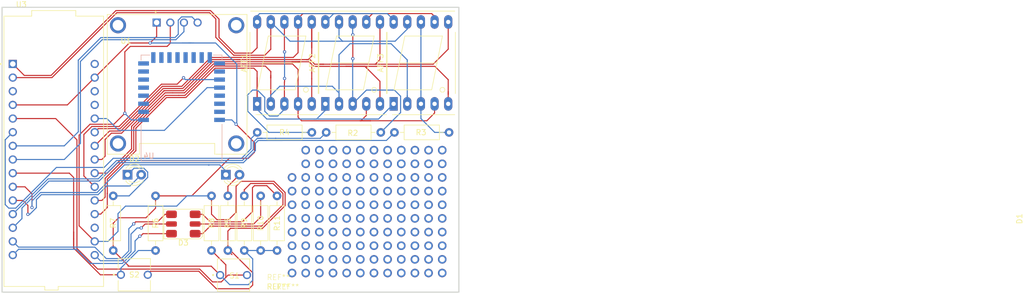
<source format=kicad_pcb>
(kicad_pcb (version 20241229) (generator "pcbnew") (generator_version "9.0")
  (layers (0 "F.Cu" signal) (2 "B.Cu" signal) (13 "F.Paste" user) (15 "B.Paste" user) (5 "F.SilkS" user "F.Silkscreen") (7 "B.SilkS" user "B.Silkscreen") (1 "F.Mask" user) (3 "B.Mask" user) (25 "Edge.Cuts" user))
  (net 0 "")
  (net 1 "unconnected-(U3-+5V-PadCN4_4)")
  (net 7 "/BLE_STATUS")
  (net 10 "/PWRC")
  (net 24 "Net-(AFF1-C.A.-Pad3)")
  (net 25 "Net-(AFF1-g)")
  (net 26 "Net-(AFF1-a)")
  (net 27 "Net-(AFF1-c)")
  (net 28 "Net-(AFF1-b)")
  (net 29 "Net-(AFF1-DP)")
  (net 30 "Net-(AFF1-e)")
  (net 31 "Net-(AFF1-d)")
  (net 32 "Net-(AFF1-f)")
  (net 33 "Net-(AFF2-C.A.-Pad3)")
  (net 34 "Net-(AFF3-C.A.-Pad3)")
  (net 35 "/SEL_A")
  (net 36 "/SEL_C")
  (net 37 "/SEL_B")
  (net 38 "Net-(D1-A)")
  (net 39 "/LD1")
  (net 40 "/LD2")
  (net 41 "Net-(D2-K)")
  (net 42 "Net-(D3-KG)")
  (net 43 "Net-(D3-KB)")
  (net 44 "/PWM_R")
  (net 45 "/PWM_G")
  (net 46 "Net-(D3-KR)")
  (net 47 "/PWM_B")
  (net 48 "VCC")
  (net 49 "/SW2")
  (net 50 "GND")
  (net 51 "/SW1")
  (net 52 "/SCL")
  (net 53 "/SDA")
  (net 54 "/BLE_RX")
  (net 55 "/BLE_TX")
  (footprint "Resistor_THT:R_Axial_DIN0207_L6.3mm_D2.5mm_P10.16mm_Horizontal" (layer "F.Cu") (at 172.466 127.889 -90)
    (property "Reference" "R11")
    (property "Value" "R_US")
  )
  (footprint "LED_THT:LED_D3.0mm_IRBlack" (layer "F.Cu") (at 144.653 123.952)
    (property "Reference" "D2")
    (property "Value" "SFH4346")
  )
  (footprint "padarray:padrray2x4" (layer "F.Cu") (at 195.58 121.92 90)
    (property "Reference" "REF**")
    (property "Value" "padrray2x4")
  )
  (footprint "padarray:padrray2x4" (layer "F.Cu") (at 177.8 142.24 180)
    (property "Reference" "REF**")
    (property "Value" "padrray2x4")
  )
  (footprint "Resistor_THT:R_Axial_DIN0207_L6.3mm_D2.5mm_P10.16mm_Horizontal" (layer "F.Cu") (at 141.986 127.889 -90)
    (property "Reference" "R7")
    (property "Value" "R_US")
  )
  (footprint "padarray:padarray" (layer "F.Cu") (at 185.42 124.46)
    (property "Reference" "REF**" (hide yes))
    (property "Value" "padarray" (hide yes))
  )
  (footprint "padarray:padrray2x4" (layer "F.Cu") (at 177.8 121.92 90)
    (property "Reference" "REF**")
    (property "Value" "padrray2x4")
  )
  (footprint "padarray:padarray" (layer "F.Cu") (at 195.58 134.62)
    (property "Reference" "REF**" (hide yes))
    (property "Value" "padarray" (hide yes))
  )
  (footprint "padarray:padrray2x4" (layer "F.Cu") (at 180.34 134.62)
    (property "Reference" "REF**")
    (property "Value" "padrray2x4")
  )
  (footprint "Display_7Segment:7SegmentLED_LTS6760_LTS6780" (layer "F.Cu") (at 168.7576 110.7694 90)
    (property "Reference" "AFF1")
    (property "Value" "LTS-6960HR" (hide yes))
  )
  (footprint "LED_SMD:LED_Inolux_IN-P55TATRGB_PLCC6_5.0x5.5mm_P1.8mm" (layer "F.Cu") (at 155.026 133.118 180)
    (property "Reference" "D3")
    (property "Value" "Inolux_IN-P55TATRGB" (hide yes))
  )
  (footprint "BUTT-2:SW_BUTT-2" (layer "F.Cu") (at 164.378 142.621)
    (property "Reference" "S1")
    (property "Value" "BUTT-2")
  )
  (footprint "Display_7Segment:7SegmentLED_LTS6760_LTS6780" (layer "F.Cu") (at 194.1576 110.7694 90)
    (property "Reference" "AFF3")
    (property "Value" "LTS-6960HR" (hide yes))
  )
  (footprint "Resistor_THT:R_Axial_DIN0207_L6.3mm_D2.5mm_P10.16mm_Horizontal" (layer "F.Cu") (at 169.418 127.889 -90)
    (property "Reference" "R10")
    (property "Value" "R_US")
  )
  (footprint "Resistor_THT:R_Axial_DIN0207_L6.3mm_D2.5mm_P10.16mm_Horizontal" (layer "F.Cu") (at 163.322 138.049 90)
    (property "Reference" "R5")
    (property "Value" "R_US")
  )
  (footprint "Resistor_THT:R_Axial_DIN0207_L6.3mm_D2.5mm_P10.16mm_Horizontal" (layer "F.Cu") (at 160.274 127.889 -90)
    (property "Reference" "R8")
    (property "Value" "R_US")
  )
  (footprint "padarray:padrray2x4" (layer "F.Cu") (at 177.8 132.08 180)
    (property "Reference" "REF**")
    (property "Value" "padrray2x4")
  )
  (footprint "Resistor_THT:R_Axial_DIN0207_L6.3mm_D2.5mm_P10.16mm_Horizontal" (layer "F.Cu") (at 178.943 116.078 180)
    (property "Reference" "R4")
    (property "Value" "R_US" (hide yes))
  )
  (footprint "Display_7Segment:7SegmentLED_LTS6760_LTS6780" (layer "F.Cu") (at 181.4576 110.7694 90)
    (property "Reference" "AFF2")
    (property "Value" "LTS-6960HR" (hide yes))
  )
  (footprint "Resistor_THT:R_Axial_DIN0207_L6.3mm_D2.5mm_P10.16mm_Horizontal" (layer "F.Cu") (at 191.77 116.078 180)
    (property "Reference" "R2")
    (property "Value" "R_US" (hide yes))
  )
  (footprint "NUCLEO_L412KB:MODULE_NUCLEO-L412KB" (layer "F.Cu") (at 130.92 119.596)
    (property "Reference" "U3")
    (property "Value" "NUCLEO-L412KB")
  )
  (footprint "padarray:padarray" (layer "F.Cu") (at 195.58 124.46)
    (property "Reference" "REF**" (hide yes))
    (property "Value" "padarray" (hide yes))
  )
  (footprint "padarray:padrray2x4" (layer "F.Cu") (at 180.34 124.46)
    (property "Reference" "REF**")
    (property "Value" "padrray2x4")
  )
  (footprint "Resistor_THT:R_Axial_DIN0207_L6.3mm_D2.5mm_P10.16mm_Horizontal" (layer "F.Cu") (at 166.37 127.889 -90)
    (property "Reference" "R9")
    (property "Value" "R_US")
  )
  (footprint "DM-OLED096-636:MODULE_DM-OLED096-636" (layer "F.Cu") (at 153.875 107.139)
    (property "Reference" "U1")
    (property "Value" "DM-OLED096-636")
  )
  (footprint "BUTT-2:SW_BUTT-2" (layer "F.Cu") (at 145.9115 142.567)
    (property "Reference" "S2")
    (property "Value" "BUTT-2")
  )
  (footprint "padarray:padarray" (layer "F.Cu") (at 185.42 134.62)
    (property "Reference" "REF**" (hide yes))
    (property "Value" "padarray" (hide yes))
  )
  (footprint "LED_THT:LED_D3.0mm_IRBlack" (layer "F.Cu") (at 162.941 123.952)
    (property "Reference" "D1")
    (property "Value" "SFH4346")
  )
  (footprint "Resistor_THT:R_Axial_DIN0207_L6.3mm_D2.5mm_P10.16mm_Horizontal" (layer "F.Cu") (at 149.86 138.049 90)
    (property "Reference" "R6")
    (property "Value" "R_US")
  )
  (footprint "Resistor_THT:R_Axial_DIN0207_L6.3mm_D2.5mm_P10.16mm_Horizontal" (layer "F.Cu") (at 204.47 116.078 180)
    (property "Reference" "R3")
    (property "Value" "R_US" (hide yes))
  )
  (footprint "padarray:padrray2x4" (layer "F.Cu") (at 187.96 121.92 90)
    (property "Reference" "REF**")
    (property "Value" "padrray2x4")
  )
  (footprint "WirelessMeasure:JDY-08_HandSoldering" (layer "B.Cu") (at 154.7 111.55)
    (property "Reference" "U4")
    (property "Value" "JDY-08-jdy-08")
  )
  (gr_rect (start 121.3 92.8) (end 206.3 145.8) (stroke (width 0.2)) (fill no) (layer "Edge.Cuts"))
  (segment (start 138.54 110.96) (end 138.54 110.981) (width 0.2) (layer "F.Cu") (net 1))
  (segment (start 138.54 110.981) (end 138.684 111.125) (width 0.2) (layer "F.Cu") (net 1))
  (segment (start 173.8376 106.7054) (end 173.8376 110.7694) (width 0.2) (layer "F.Cu") (net 24))
  (segment (start 173.863 106.68) (end 173.8376 106.7054) (width 0.2) (layer "F.Cu") (net 24))
  (segment (start 173.863 106.045) (end 173.863 106.68) (width 0.2) (layer "F.Cu") (net 24))
  (segment (start 173.8376 101.0666) (end 173.863 101.092) (width 0.2) (layer "F.Cu") (net 24))
  (segment (start 173.8376 95.5294) (end 173.8376 101.0666) (width 0.2) (layer "F.Cu") (net 24))
  (via (at 173.863 101.092) (size 0.6) (drill 0.3) (layers "F.Cu" "B.Cu") (net 24))
  (via (at 173.863 106.045) (size 0.6) (drill 0.3) (layers "F.Cu" "B.Cu") (net 24))
  (segment (start 173.8376 111.7854) (end 173.8376 110.7694) (width 0.2) (layer "B.Cu") (net 24))
  (segment (start 167.894 108.204) (end 168.8182 108.204) (width 0.2) (layer "B.Cu") (net 24))
  (segment (start 167.005 109.347) (end 166.878 109.22) (width 0.2) (layer "B.Cu") (net 24))
  (segment (start 178.943 116.078) (end 170.942 116.078) (width 0.2) (layer "B.Cu") (net 24))
  (segment (start 173.863 101.092) (end 173.863 106.045) (width 0.2) (layer "B.Cu") (net 24))
  (segment (start 170.942 116.078) (end 167.005 112.141) (width 0.2) (layer "B.Cu") (net 24))
  (segment (start 167.005 112.141) (end 167.005 109.347) (width 0.2) (layer "B.Cu") (net 24))
  (segment (start 166.878 109.22) (end 167.894 108.204) (width 0.2) (layer "B.Cu") (net 24))
  (segment (start 171.069 113.03) (end 172.593 113.03) (width 0.2) (layer "B.Cu") (net 24))
  (segment (start 170.18 109.5658) (end 170.18 112.141) (width 0.2) (layer "B.Cu") (net 24))
  (segment (start 168.8182 108.204) (end 170.18 109.5658) (width 0.2) (layer "B.Cu") (net 24))
  (segment (start 172.593 113.03) (end 173.8376 111.7854) (width 0.2) (layer "B.Cu") (net 24))
  (segment (start 170.18 112.141) (end 171.069 113.03) (width 0.2) (layer "B.Cu") (net 24))
  (segment (start 164.572 101.326) (end 167.767 101.326) (width 0.2) (layer "F.Cu") (net 25))
  (segment (start 161.671 94.996) (end 161.671 98.425) (width 0.2) (layer "F.Cu") (net 25))
  (segment (start 130.4209 105.479) (end 142.498901 93.401) (width 0.2) (layer "F.Cu") (net 25))
  (segment (start 167.767 101.326) (end 168.7576 100.3354) (width 0.2) (layer "F.Cu") (net 25))
  (segment (start 123.3 103.34) (end 125.439 105.479) (width 0.2) (layer "F.Cu") (net 25))
  (segment (start 125.439 105.479) (end 130.4209 105.479) (width 0.2) (layer "F.Cu") (net 25))
  (segment (start 142.498901 93.401) (end 160.076 93.401) (width 0.2) (layer "F.Cu") (net 25))
  (segment (start 161.671 98.425) (end 164.572 101.326) (width 0.2) (layer "F.Cu") (net 25))
  (segment (start 160.076 93.401) (end 161.671 94.996) (width 0.2) (layer "F.Cu") (net 25))
  (segment (start 168.7576 100.3354) (end 168.7576 95.5294) (width 0.2) (layer "F.Cu") (net 25))
  (segment (start 192.9756 93.9664) (end 194.1576 95.1484) (width 0.2) (layer "B.Cu") (net 25))
  (segment (start 183.261 93.9664) (end 169.2284 93.9664) (width 0.2) (layer "B.Cu") (net 25))
  (segment (start 169.2284 93.9664) (end 168.7576 94.4372) (width 0.2) (layer "B.Cu") (net 25))
  (segment (start 181.4576 95.5294) (end 183.0206 93.9664) (width 0.2) (layer "B.Cu") (net 25))
  (segment (start 183.261 93.9664) (end 192.9756 93.9664) (width 0.2) (layer "B.Cu") (net 25))
  (segment (start 183.0206 93.9664) (end 183.261 93.9664) (width 0.2) (layer "B.Cu") (net 25))
  (segment (start 194.1576 95.1484) (end 194.1576 95.5294) (width 0.2) (layer "B.Cu") (net 25))
  (segment (start 168.7576 94.4372) (end 168.7576 95.5294) (width 0.2) (layer "B.Cu") (net 25))
  (segment (start 154.746 107.509) (end 151.1221 107.509) (width 0.2) (layer "F.Cu") (net 26))
  (segment (start 151.1221 107.509) (end 143.2531 115.378) (width 0.2) (layer "F.Cu") (net 26))
  (segment (start 176.3776 95.5294) (end 176.3776 101.2444) (width 0.2) (layer "F.Cu") (net 26))
  (segment (start 175.494 102.128) (end 160.127 102.128) (width 0.2) (layer "F.Cu") (net 26))
  (segment (start 201.2306 93.9664) (end 201.7776 94.5134) (width 0.2) (layer "F.Cu") (net 26))
  (segment (start 176.3776 94.8808) (end 177.292 93.9664) (width 0.2) (layer "F.Cu") (net 26))
  (segment (start 160.127 102.128) (end 154.746 107.509) (width 0.2) (layer "F.Cu") (net 26))
  (segment (start 139.202 115.378) (end 138.54 116.04) (width 0.2) (layer "F.Cu") (net 26))
  (segment (start 176.3776 101.2444) (end 175.494 102.128) (width 0.2) (layer "F.Cu") (net 26))
  (segment (start 189.0776 95.1348) (end 190.246 93.9664) (width 0.2) (layer "F.Cu") (net 26))
  (segment (start 190.246 93.9664) (end 201.2306 93.9664) (width 0.2) (layer "F.Cu") (net 26))
  (segment (start 143.2531 115.378) (end 139.202 115.378) (width 0.2) (layer "F.Cu") (net 26))
  (segment (start 176.3776 95.5294) (end 176.3776 94.8808) (width 0.2) (layer "F.Cu") (net 26))
  (segment (start 177.292 93.9664) (end 190.246 93.9664) (width 0.2) (layer "F.Cu") (net 26))
  (segment (start 189.0776 95.5294) (end 189.0776 95.1348) (width 0.2) (layer "F.Cu") (net 26))
  (segment (start 201.7776 94.5134) (end 201.7776 95.5294) (width 0.2) (layer "F.Cu") (net 26))
  (segment (start 151.638 108.712) (end 145.395 114.955) (width 0.2) (layer "F.Cu") (net 27))
  (segment (start 201.7776 112.4712) (end 201.7776 110.7694) (width 0.2) (layer "F.Cu") (net 27))
  (segment (start 176.3776 113.2586) (end 176.3776 110.7694) (width 0.2) (layer "F.Cu") (net 27))
  (segment (start 145.395 114.955) (end 145.395 119.146) (width 0.2) (layer "F.Cu") (net 27))
  (segment (start 189.0776 110.7694) (end 189.0776 112.9157) (width 0.2) (layer "F.Cu") (net 27))
  (segment (start 145.395 119.146) (end 140.881 123.66) (width 0.2) (layer "F.Cu") (net 27))
  (segment (start 176.3776 112.1664) (end 176.3776 110.7694) (width 0.2) (layer "F.Cu") (net 27))
  (segment (start 187.8965 113.9063) (end 188.087 113.9063) (width 0.2) (layer "F.Cu") (net 27))
  (segment (start 176.3776 110.7694) (end 176.3776 106.299) (width 0.2) (layer "F.Cu") (net 27))
  (segment (start 153.035 108.712) (end 151.638 108.712) (width 0.2) (layer "F.Cu") (net 27))
  (segment (start 176.3776 106.299) (end 176.3776 104.3686) (width 0.2) (layer "F.Cu") (net 27))
  (segment (start 189.865 113.9063) (end 200.3425 113.9063) (width 0.2) (layer "F.Cu") (net 27))
  (segment (start 189.865 113.9063) (end 177.0253 113.9063) (width 0.2) (layer "F.Cu") (net 27))
  (segment (start 175.34 103.331) (end 160.6253 103.331) (width 0.2) (layer "F.Cu") (net 27))
  (segment (start 140.881 123.66) (end 138.54 123.66) (width 0.2) (layer "F.Cu") (net 27))
  (segment (start 176.3776 106.299) (end 176.3776 105.0744) (width 0.2) (layer "F.Cu") (net 27))
  (segment (start 160.6253 103.331) (end 155.2443 108.712) (width 0.2) (layer "F.Cu") (net 27))
  (segment (start 177.0253 113.9063) (end 176.3776 113.2586) (width 0.2) (layer "F.Cu") (net 27))
  (segment (start 155.2443 108.712) (end 153.035 108.712) (width 0.2) (layer "F.Cu") (net 27))
  (segment (start 176.3776 104.3686) (end 175.34 103.331) (width 0.2) (layer "F.Cu") (net 27))
  (segment (start 188.087 113.9063) (end 189.865 113.9063) (width 0.2) (layer "F.Cu") (net 27))
  (segment (start 189.0776 112.9157) (end 188.087 113.9063) (width 0.2) (layer "F.Cu") (net 27))
  (segment (start 200.3425 113.9063) (end 201.7776 112.4712) (width 0.2) (layer "F.Cu") (net 27))
  (segment (start 181.102 103.3934) (end 180.4316 103.3934) (width 0.2) (layer "F.Cu") (net 28))
  (segment (start 178.9176 95.5294) (end 178.943 95.5548) (width 0.2) (layer "F.Cu") (net 28))
  (segment (start 190.754 103.3934) (end 201.5082 103.3934) (width 0.2) (layer "F.Cu") (net 28))
  (segment (start 191.6176 102.5298) (end 190.754 103.3934) (width 0.2) (layer "F.Cu") (net 28))
  (segment (start 204.3176 100.584) (end 204.3176 95.5294) (width 0.2) (layer "F.Cu") (net 28))
  (segment (start 181.102 103.3934) (end 179.4655 103.3934) (width 0.2) (layer "F.Cu") (net 28))
  (segment (start 191.6176 95.5294) (end 191.6176 102.5298) (width 0.2) (layer "F.Cu") (net 28))
  (segment (start 201.5082 103.3934) (end 204.3176 100.584) (width 0.2) (layer "F.Cu") (net 28))
  (segment (start 160.2931 102.529) (end 154.9121 107.91) (width 0.2) (layer "F.Cu") (net 28))
  (segment (start 182.372 103.3934) (end 190.754 103.3934) (width 0.2) (layer "F.Cu") (net 28))
  (segment (start 178.9176 95.5294) (end 178.9176 101.8794) (width 0.2) (layer "F.Cu") (net 28))
  (segment (start 178.6011 102.529) (end 177.927 102.529) (width 0.2) (layer "F.Cu") (net 28))
  (segment (start 165.735 102.529) (end 164.9921 102.529) (width 0.2) (layer "F.Cu") (net 28))
  (segment (start 177.927 102.529) (end 176.149 102.529) (width 0.2) (layer "F.Cu") (net 28))
  (segment (start 178.9176 95.5294) (end 178.9176 100.3554) (width 0.2) (layer "F.Cu") (net 28))
  (segment (start 178.9176 101.8794) (end 178.268 102.529) (width 0.2) (layer "F.Cu") (net 28))
  (segment (start 179.4655 103.3934) (end 178.6011 102.529) (width 0.2) (layer "F.Cu") (net 28))
  (segment (start 143.3742 115.824) (end 141.296 115.824) (width 0.2) (layer "F.Cu") (net 28))
  (segment (start 182.372 103.3934) (end 181.102 103.3934) (width 0.2) (layer "F.Cu") (net 28))
  (segment (start 141.296 115.824) (end 138.54 118.58) (width 0.2) (layer "F.Cu") (net 28))
  (segment (start 151.2882 107.91) (end 143.3742 115.824) (width 0.2) (layer "F.Cu") (net 28))
  (segment (start 154.9121 107.91) (end 151.2882 107.91) (width 0.2) (layer "F.Cu") (net 28))
  (segment (start 178.268 102.529) (end 177.927 102.529) (width 0.2) (layer "F.Cu") (net 28))
  (segment (start 176.149 102.529) (end 165.735 102.529) (width 0.2) (layer "F.Cu") (net 28))
  (segment (start 165.735 102.529) (end 160.2931 102.529) (width 0.2) (layer "F.Cu") (net 28))
  (segment (start 204.3176 108.966) (end 204.3176 110.7694) (width 0.2) (layer "F.Cu") (net 29))
  (segment (start 204.3176 108.4834) (end 204.3176 108.966) (width 0.2) (layer "F.Cu") (net 29))
  (segment (start 175.26 102.93) (end 175.895 102.93) (width 0.2) (layer "F.Cu") (net 29))
  (segment (start 185.293 103.7944) (end 179.2994 103.7944) (width 0.2) (layer "F.Cu") (net 29))
  (segment (start 139.865 121.12) (end 138.54 121.12) (width 0.2) (layer "F.Cu") (net 29))
  (segment (start 179.2994 103.7944) (end 178.435 102.93) (width 0.2) (layer "F.Cu") (net 29))
  (segment (start 175.26 102.93) (end 160.4592 102.93) (width 0.2) (layer "F.Cu") (net 29))
  (segment (start 160.4592 102.93) (end 160.1426 103.2466) (width 0.2) (layer "F.Cu") (net 29))
  (segment (start 178.9176 110.7694) (end 178.943 110.744) (width 0.2) (layer "F.Cu") (net 29))
  (segment (start 201.8384 103.7944) (end 204.3176 106.2736) (width 0.2) (layer "F.Cu") (net 29))
  (segment (start 175.895 102.93) (end 176.403 102.93) (width 0.2) (layer "F.Cu") (net 29))
  (segment (start 189.4586 104.4194) (end 188.976 103.9368) (width 0.2) (layer "F.Cu") (net 29))
  (segment (start 176.403 102.93) (end 176.7932 102.93) (width 0.2) (layer "F.Cu") (net 29))
  (segment (start 140.482 117.3871) (end 140.482 120.503) (width 0.2) (layer "F.Cu") (net 29))
  (segment (start 188.8336 103.7944) (end 185.293 103.7944) (width 0.2) (layer "F.Cu") (net 29))
  (segment (start 160.1426 103.2466) (end 155.0782 108.311) (width 0.2) (layer "F.Cu") (net 29))
  (segment (start 140.482 120.503) (end 139.865 121.12) (width 0.2) (layer "F.Cu") (net 29))
  (segment (start 191.6176 106.5784) (end 189.4586 104.4194) (width 0.2) (layer "F.Cu") (net 29))
  (segment (start 204.3176 106.2736) (end 204.3176 108.966) (width 0.2) (layer "F.Cu") (net 29))
  (segment (start 176.403 102.93) (end 178.435 102.93) (width 0.2) (layer "F.Cu") (net 29))
  (segment (start 178.9176 103.4126) (end 178.435 102.93) (width 0.2) (layer "F.Cu") (net 29))
  (segment (start 155.0782 108.311) (end 151.4543 108.311) (width 0.2) (layer "F.Cu") (net 29))
  (segment (start 178.9176 110.7694) (end 178.9176 106.0958) (width 0.2) (layer "F.Cu") (net 29))
  (segment (start 189.4586 104.4194) (end 188.8336 103.7944) (width 0.2) (layer "F.Cu") (net 29))
  (segment (start 151.4543 108.311) (end 143.5403 116.225) (width 0.2) (layer "F.Cu") (net 29))
  (segment (start 151.4543 108.311) (end 151.15515 108.61015) (width 0.2) (layer "F.Cu") (net 29))
  (segment (start 178.9176 106.0958) (end 178.9176 105.0544) (width 0.2) (layer "F.Cu") (net 29))
  (segment (start 176.9202 102.93) (end 175.26 102.93) (width 0.2) (layer "F.Cu") (net 29))
  (segment (start 141.6441 116.225) (end 140.482 117.3871) (width 0.2) (layer "F.Cu") (net 29))
  (segment (start 185.293 103.7944) (end 201.8384 103.7944) (width 0.2) (layer "F.Cu") (net 29))
  (segment (start 178.9176 105.0544) (end 178.9176 103.4126) (width 0.2) (layer "F.Cu") (net 29))
  (segment (start 191.6176 110.7694) (end 191.6176 106.5784) (width 0.2) (layer "F.Cu") (net 29))
  (segment (start 143.5403 116.225) (end 141.6441 116.225) (width 0.2) (layer "F.Cu") (net 29))
  (segment (start 160.9575 104.133) (end 155.50345 109.58705) (width 0.2) (layer "F.Cu") (net 30))
  (segment (start 151.89715 109.58705) (end 146.197 115.2872) (width 0.2) (layer "F.Cu") (net 30))
  (segment (start 140.89255 124.78265) (end 140.89255 127.4254) (width 0.2) (layer "F.Cu") (net 30))
  (segment (start 146.197 119.4782) (end 140.89255 124.78265) (width 0.2) (layer "F.Cu") (net 30))
  (segment (start 139.653 131.28) (end 138.54 131.28) (width 0.2) (layer "F.Cu") (net 30))
  (segment (start 140.885 127.43295) (end 140.885 130.048) (width 0.2) (layer "F.Cu") (net 30))
  (segment (start 168.7576 110.7694) (end 168.7576 104.7426) (width 0.2) (layer "F.Cu") (net 30))
  (segment (start 146.197 115.2872) (end 146.197 119.4782) (width 0.2) (layer "F.Cu") (net 30))
  (segment (start 152.527 109.58705) (end 151.89715 109.58705) (width 0.2) (layer "F.Cu") (net 30))
  (segment (start 168.7576 110.7694) (end 168.7576 105.8764) (width 0.2) (layer "F.Cu") (net 30))
  (segment (start 140.885 130.048) (end 139.653 131.28) (width 0.2) (layer "F.Cu") (net 30))
  (segment (start 155.50345 109.58705) (end 152.527 109.58705) (width 0.2) (layer "F.Cu") (net 30))
  (segment (start 168.148 104.133) (end 160.9575 104.133) (width 0.2) (layer "F.Cu") (net 30))
  (segment (start 140.89255 127.4254) (end 140.885 127.43295) (width 0.2) (layer "F.Cu") (net 30))
  (segment (start 168.7576 104.7426) (end 168.148 104.133) (width 0.2) (layer "F.Cu") (net 30))
  (segment (start 179.832 113.5888) (end 179.324 113.5888) (width 0.2) (layer "B.Cu") (net 30))
  (segment (start 179.324 113.5888) (end 170.561 113.5888) (width 0.2) (layer "B.Cu") (net 30))
  (segment (start 181.4576 111.9632) (end 179.832 113.5888) (width 0.2) (layer "B.Cu") (net 30))
  (segment (start 194.1576 110.7694) (end 191.3382 113.5888) (width 0.2) (layer "B.Cu") (net 30))
  (segment (start 168.7576 111.7854) (end 168.7576 110.7694) (width 0.2) (layer "B.Cu") (net 30))
  (segment (start 170.561 113.5888) (end 168.7576 111.7854) (width 0.2) (layer "B.Cu") (net 30))
  (segment (start 191.3382 113.5888) (end 179.324 113.5888) (width 0.2) (layer "B.Cu") (net 30))
  (segment (start 181.4576 110.7694) (end 181.4576 111.9632) (width 0.2) (layer "B.Cu") (net 30))
  (segment (start 171.2976 105.918) (end 171.2976 104.8004) (width 0.2) (layer "F.Cu") (net 31))
  (segment (start 155.33735 109.18605) (end 154.178 109.18605) (width 0.2) (layer "F.Cu") (net 31))
  (segment (start 145.796 119.3121) (end 140.49155 124.61655) (width 0.2) (layer "F.Cu") (net 31))
  (segment (start 145.796 115.1211) (end 145.796 119.3121) (width 0.2) (layer "F.Cu") (net 31))
  (segment (start 171.2976 104.8004) (end 171.323 104.775) (width 0.2) (layer "F.Cu") (net 31))
  (segment (start 171.323 104.775) (end 170.28 103.732) (width 0.2) (layer "F.Cu") (net 31))
  (segment (start 151.73105 109.18605) (end 145.796 115.1211) (width 0.2) (layer "F.Cu") (net 31))
  (segment (start 171.2976 110.7694) (end 171.2976 105.918) (width 0.2) (layer "F.Cu") (net 31))
  (segment (start 160.7914 103.732) (end 155.33735 109.18605) (width 0.2) (layer "F.Cu") (net 31))
  (segment (start 171.2976 105.918) (end 171.2976 105.4754) (width 0.2) (layer "F.Cu") (net 31))
  (segment (start 140.49155 124.61655) (end 140.49155 125.476) (width 0.2) (layer "F.Cu") (net 31))
  (segment (start 154.178 109.18605) (end 151.73105 109.18605) (width 0.2) (layer "F.Cu") (net 31))
  (segment (start 140.484 128.121) (end 139.865 128.74) (width 0.2) (layer "F.Cu") (net 31))
  (segment (start 140.484 125.48355) (end 140.484 128.121) (width 0.2) (layer "F.Cu") (net 31))
  (segment (start 140.49155 125.476) (end 140.484 125.48355) (width 0.2) (layer "F.Cu") (net 31))
  (segment (start 170.28 103.732) (end 160.7914 103.732) (width 0.2) (layer "F.Cu") (net 31))
  (segment (start 139.865 128.74) (end 138.54 128.74) (width 0.2) (layer "F.Cu") (net 31))
  (segment (start 172.974 107.4928) (end 171.2976 109.1692) (width 0.2) (layer "B.Cu") (net 31))
  (segment (start 196.6976 109.2454) (end 196.6976 110.7694) (width 0.2) (layer "B.Cu") (net 31))
  (segment (start 186.055 99.568) (end 193.675 99.568) (width 0.2) (layer "B.Cu") (net 31))
  (segment (start 171.2976 109.1692) (end 171.2976 110.7694) (width 0.2) (layer "B.Cu") (net 31))
  (segment (start 193.675 99.568) (end 196.6976 102.5906) (width 0.2) (layer "B.Cu") (net 31))
  (segment (start 183.9976 108.7374) (end 182.753 107.4928) (width 0.2) (layer "B.Cu") (net 31))
  (segment (start 183.9976 108.7374) (end 183.9976 101.6254) (width 0.2) (layer "B.Cu") (net 31))
  (segment (start 183.9976 110.7694) (end 183.9976 108.7374) (width 0.2) (layer "B.Cu") (net 31))
  (segment (start 183.9976 101.6254) (end 186.055 99.568) (width 0.2) (layer "B.Cu") (net 31))
  (segment (start 196.6976 102.5906) (end 196.6976 110.7694) (width 0.2) (layer "B.Cu") (net 31))
  (segment (start 182.753 107.4928) (end 172.974 107.4928) (width 0.2) (layer "B.Cu") (net 31))
  (segment (start 183.9976 110.7694) (end 183.9976 108.9152) (width 0.2) (layer "B.Cu") (net 31))
  (segment (start 170.18 101.727) (end 171.2976 100.6094) (width 0.2) (layer "F.Cu") (net 32))
  (segment (start 142.665001 93.802) (end 159.9099 93.802) (width 0.2) (layer "F.Cu") (net 32))
  (segment (start 171.2976 100.6094) (end 171.2976 95.5294) (width 0.2) (layer "F.Cu") (net 32))
  (segment (start 161.06995 94.96205) (end 161.06995 98.39105) (width 0.2) (layer "F.Cu") (net 32))
  (segment (start 123.3 105.88) (end 130.587 105.88) (width 0.2) (layer "F.Cu") (net 32))
  (segment (start 161.06995 98.39105) (end 164.4059 101.727) (width 0.2) (layer "F.Cu") (net 32))
  (segment (start 164.4059 101.727) (end 170.18 101.727) (width 0.2) (layer "F.Cu") (net 32))
  (segment (start 130.587 105.88) (end 142.665001 93.802) (width 0.2) (layer "F.Cu") (net 32))
  (segment (start 159.9099 93.802) (end 161.06995 94.96205) (width 0.2) (layer "F.Cu") (net 32))
  (segment (start 183.9976 95.5294) (end 183.9976 98.4504) (width 0.2) (layer "B.Cu") (net 32))
  (segment (start 184.658 99.1108) (end 194.437 99.1108) (width 0.2) (layer "B.Cu") (net 32))
  (segment (start 183.9976 98.4504) (end 184.658 99.1108) (width 0.2) (layer "B.Cu") (net 32))
  (segment (start 171.2976 95.5294) (end 174.879 99.1108) (width 0.2) (layer "B.Cu") (net 32))
  (segment (start 194.437 99.1108) (end 196.6976 96.8502) (width 0.2) (layer "B.Cu") (net 32))
  (segment (start 174.879 99.1108) (end 184.658 99.1108) (width 0.2) (layer "B.Cu") (net 32))
  (segment (start 196.6976 96.8502) (end 196.6976 95.5294) (width 0.2) (layer "B.Cu") (net 32))
  (segment (start 186.563 97.917) (end 186.563 102.362) (width 0.2) (layer "F.Cu") (net 33))
  (via (at 186.563 102.362) (size 0.6) (drill 0.3) (layers "F.Cu" "B.Cu") (net 33))
  (via (at 186.563 97.917) (size 0.6) (drill 0.3) (layers "F.Cu" "B.Cu") (net 33))
  (segment (start 186.563 102.362) (end 186.5376 102.3874) (width 0.2) (layer "B.Cu") (net 33))
  (segment (start 194.31 108.204) (end 189.103 108.204) (width 0.2) (layer "B.Cu") (net 33))
  (segment (start 195.453 109.347) (end 194.31 108.204) (width 0.2) (layer "B.Cu") (net 33))
  (segment (start 186.5376 97.8916) (end 186.563 97.917) (width 0.2) (layer "B.Cu") (net 33))
  (segment (start 195.453 112.395) (end 195.453 109.347) (width 0.2) (layer "B.Cu") (net 33))
  (segment (start 186.5376 95.5294) (end 186.5376 97.8916) (width 0.2) (layer "B.Cu") (net 33))
  (segment (start 191.77 116.078) (end 195.453 112.395) (width 0.2) (layer "B.Cu") (net 33))
  (segment (start 186.5376 102.3874) (end 186.5376 110.7694) (width 0.2) (layer "B.Cu") (net 33))
  (segment (start 189.103 108.204) (end 186.5376 110.7694) (width 0.2) (layer "B.Cu") (net 33))
  (segment (start 199.2376 95.5294) (end 199.2376 110.7694) (width 0.2) (layer "B.Cu") (net 34))
  (segment (start 204.47 116.078) (end 201.803 116.078) (width 0.2) (layer "B.Cu") (net 34))
  (segment (start 201.803 116.078) (end 199.2376 113.5126) (width 0.2) (layer "B.Cu") (net 34))
  (segment (start 199.2376 113.5126) (end 199.2376 110.7694) (width 0.2) (layer "B.Cu") (net 34))
  (segment (start 123.3 131.28) (end 129.857 124.723) (width 0.2) (layer "B.Cu") (net 35))
  (segment (start 139.192 124.723) (end 142.61 121.305) (width 0.2) (layer "B.Cu") (net 35))
  (segment (start 180.509 117.179) (end 172.2149 117.179) (width 0.2) (layer "B.Cu") (net 35))
  (segment (start 129.857 124.723) (end 139.192 124.723) (width 0.2) (layer "B.Cu") (net 35))
  (segment (start 181.61 116.078) (end 180.509 117.179) (width 0.2) (layer "B.Cu") (net 35))
  (segment (start 169.418 117.179) (end 168.8059 117.179) (width 0.2) (layer "B.Cu") (net 35))
  (segment (start 169.672 117.179) (end 168.8059 117.179) (width 0.2) (layer "B.Cu") (net 35))
  (segment (start 172.2091 117.179) (end 169.672 117.179) (width 0.2) (layer "B.Cu") (net 35))
  (segment (start 172.212 117.1819) (end 172.2091 117.179) (width 0.2) (layer "B.Cu") (net 35))
  (segment (start 172.2149 117.179) (end 172.212 117.1819) (width 0.2) (layer "B.Cu") (net 35))
  (segment (start 169.672 117.179) (end 169.418 117.179) (width 0.2) (layer "B.Cu") (net 35))
  (segment (start 142.61 121.305) (end 166.0281 121.305) (width 0.2) (layer "B.Cu") (net 35))
  (segment (start 166.0281 121.305) (end 168.041 119.2921) (width 0.2) (layer "B.Cu") (net 35))
  (segment (start 168.041 119.2921) (end 168.041 117.9439) (width 0.2) (layer "B.Cu") (net 35))
  (segment (start 168.041 117.9439) (end 168.8059 117.179) (width 0.2) (layer "B.Cu") (net 35))
  (segment (start 125.004 130.1431) (end 130.0231 125.124) (width 0.2) (layer "B.Cu") (net 36))
  (segment (start 192.808 117.58) (end 194.31 116.078) (width 0.2) (layer "B.Cu") (net 36))
  (segment (start 130.0231 125.124) (end 139.3581 125.124) (width 0.2) (layer "B.Cu") (net 36))
  (segment (start 166.1942 121.706) (end 168.442 119.4582) (width 0.2) (layer "B.Cu") (net 36))
  (segment (start 142.7761 121.706) (end 166.1942 121.706) (width 0.2) (layer "B.Cu") (net 36))
  (segment (start 173.4791 117.5829) (end 173.482 117.58) (width 0.2) (layer "B.Cu") (net 36))
  (segment (start 173.482 117.58) (end 192.808 117.58) (width 0.2) (layer "B.Cu") (net 36))
  (segment (start 168.9691 117.5829) (end 173.4791 117.5829) (width 0.2) (layer "B.Cu") (net 36))
  (segment (start 123.3 133.82) (end 125.004 132.116) (width 0.2) (layer "B.Cu") (net 36))
  (segment (start 168.442 118.11) (end 168.9691 117.5829) (width 0.2) (layer "B.Cu") (net 36))
  (segment (start 139.3581 125.124) (end 142.7761 121.706) (width 0.2) (layer "B.Cu") (net 36))
  (segment (start 125.004 132.116) (end 125.004 130.1431) (width 0.2) (layer "B.Cu") (net 36))
  (segment (start 168.442 119.4582) (end 168.442 118.11) (width 0.2) (layer "B.Cu") (net 36))
  (segment (start 123.8379 130.175) (end 131.4159 122.597) (width 0.2) (layer "B.Cu") (net 37))
  (segment (start 131.4159 122.597) (end 140.293 122.597) (width 0.2) (layer "B.Cu") (net 37))
  (segment (start 140.293 122.597) (end 141.986 120.904) (width 0.2) (layer "B.Cu") (net 37))
  (segment (start 122.555 130.175) (end 123.8379 130.175) (width 0.2) (layer "B.Cu") (net 37))
  (segment (start 121.901 117.439) (end 121.901 129.521) (width 0.2) (layer "B.Cu") (net 37))
  (segment (start 121.901 129.521) (end 122.555 130.175) (width 0.2) (layer "B.Cu") (net 37))
  (segment (start 123.3 116.04) (end 121.901 117.439) (width 0.2) (layer "B.Cu") (net 37))
  (segment (start 167.64 117.221) (end 168.783 116.078) (width 0.2) (layer "B.Cu") (net 37))
  (segment (start 167.64 119.126) (end 167.64 117.221) (width 0.2) (layer "B.Cu") (net 37))
  (segment (start 165.862 120.904) (end 167.64 119.126) (width 0.2) (layer "B.Cu") (net 37))
  (segment (start 141.986 120.904) (end 165.862 120.904) (width 0.2) (layer "B.Cu") (net 37))
  (segment (start 165.481 123.952) (end 163.322 126.111) (width 0.2) (layer "F.Cu") (net 38))
  (segment (start 163.322 126.111) (end 163.322 127.889) (width 0.2) (layer "F.Cu") (net 38))
  (segment (start 123.3 126.2) (end 125.565 126.2) (width 0.2) (layer "F.Cu") (net 39))
  (segment (start 126.873 127.508) (end 126.873 130.048) (width 0.2) (layer "F.Cu") (net 39))
  (segment (start 125.565 126.2) (end 126.873 127.508) (width 0.2) (layer "F.Cu") (net 39))
  (via (at 126.873 130.048) (size 0.6) (drill 0.3) (layers "F.Cu" "B.Cu") (net 39))
  (segment (start 162.941 123.25) (end 162.941 123.952) (width 0.2) (layer "B.Cu") (net 39))
  (segment (start 126.873 128.8412) (end 126.873 130.048) (width 0.2) (layer "B.Cu") (net 39))
  (segment (start 159.833 122.107) (end 161.798 122.107) (width 0.2) (layer "B.Cu") (net 39))
  (segment (start 140.71831 125.47369) (end 144.085 122.107) (width 0.2) (layer "B.Cu") (net 39))
  (segment (start 159.699 122.107) (end 159.766 122.174) (width 0.2) (layer "B.Cu") (net 39))
  (segment (start 128.4512 127.263) (end 126.873 128.8412) (width 0.2) (layer "B.Cu") (net 39))
  (segment (start 140.71831 125.525) (end 140.71831 125.47369) (width 0.2) (layer "B.Cu") (net 39))
  (segment (start 161.798 122.107) (end 162.941 123.25) (width 0.2) (layer "B.Cu") (net 39))
  (segment (start 159.766 122.174) (end 159.833 122.107) (width 0.2) (layer "B.Cu") (net 39))
  (segment (start 144.085 122.107) (end 159.699 122.107) (width 0.2) (layer "B.Cu") (net 39))
  (segment (start 140.71831 125.525) (end 138.98031 127.263) (width 0.2) (layer "B.Cu") (net 39))
  (segment (start 138.98031 127.263) (end 128.4512 127.263) (width 0.2) (layer "B.Cu") (net 39))
  (segment (start 125.184 128.74) (end 126.111 129.667) (width 0.2) (layer "F.Cu") (net 40))
  (segment (start 123.3 128.74) (end 125.184 128.74) (width 0.2) (layer "F.Cu") (net 40))
  (segment (start 126.111 129.667) (end 126.111 131.318) (width 0.2) (layer "F.Cu") (net 40))
  (via (at 126.111 131.318) (size 0.6) (drill 0.3) (layers "F.Cu" "B.Cu") (net 40))
  (segment (start 145.0975 126.0475) (end 140.7795 126.0475) (width 0.2) (layer "B.Cu") (net 40))
  (segment (start 139.163 127.664) (end 128.6173 127.664) (width 0.2) (layer "B.Cu") (net 40))
  (segment (start 126.452943 131.318) (end 126.111 131.318) (width 0.2) (layer "B.Cu") (net 40))
  (segment (start 127.69615 130.074793) (end 126.452943 131.318) (width 0.2) (layer "B.Cu") (net 40))
  (segment (start 127.69615 128.58515) (end 127.69615 130.074793) (width 0.2) (layer "B.Cu") (net 40))
  (segment (start 128.6173 127.664) (end 127.69615 128.58515) (width 0.2) (layer "B.Cu") (net 40))
  (segment (start 140.7795 126.0475) (end 139.163 127.664) (width 0.2) (layer "B.Cu") (net 40))
  (segment (start 147.193 123.952) (end 145.0975 126.0475) (width 0.2) (layer "B.Cu") (net 40))
  (segment (start 140.901 125.926) (end 140.7795 126.0475) (width 0.2) (layer "B.Cu") (net 40))
  (segment (start 148.394 123.454529) (end 148.394 124.449471) (width 0.2) (layer "B.Cu") (net 41))
  (segment (start 144.653 123.952) (end 145.854 122.751) (width 0.2) (layer "B.Cu") (net 41))
  (segment (start 144.954471 127.889) (end 141.986 127.889) (width 0.2) (layer "B.Cu") (net 41))
  (segment (start 147.690471 122.751) (end 148.394 123.454529) (width 0.2) (layer "B.Cu") (net 41))
  (segment (start 148.394 124.449471) (end 144.954471 127.889) (width 0.2) (layer "B.Cu") (net 41))
  (segment (start 145.854 122.751) (end 147.690471 122.751) (width 0.2) (layer "B.Cu") (net 41))
  (segment (start 167.894 130.81) (end 167.894 126.365) (width 0.2) (layer "F.Cu") (net 42))
  (segment (start 170.561 125.984) (end 172.466 127.889) (width 0.2) (layer "F.Cu") (net 42))
  (segment (start 158.621 131.318) (end 160.02 132.717) (width 0.2) (layer "F.Cu") (net 42))
  (segment (start 157.226 131.318) (end 158.621 131.318) (width 0.2) (layer "F.Cu") (net 42))
  (segment (start 165.987 132.717) (end 167.894 130.81) (width 0.2) (layer "F.Cu") (net 42))
  (segment (start 168.275 125.984) (end 170.561 125.984) (width 0.2) (layer "F.Cu") (net 42))
  (segment (start 160.02 132.717) (end 165.987 132.717) (width 0.2) (layer "F.Cu") (net 42))
  (segment (start 167.894 126.365) (end 168.275 125.984) (width 0.2) (layer "F.Cu") (net 42))
  (segment (start 173.567 129.54) (end 173.567 127.43295) (width 0.2) (layer "F.Cu") (net 43))
  (segment (start 157.226 134.918) (end 158.621 134.918) (width 0.2) (layer "F.Cu") (net 43))
  (segment (start 166.37 126.75763) (end 166.37 127.889) (width 0.2) (layer "F.Cu") (net 43))
  (segment (start 171.71705 125.583) (end 167.54463 125.583) (width 0.2) (layer "F.Cu") (net 43))
  (segment (start 167.54463 125.583) (end 166.37 126.75763) (width 0.2) (layer "F.Cu") (net 43))
  (segment (start 158.621 134.918) (end 160.02 133.519) (width 0.2) (layer "F.Cu") (net 43))
  (segment (start 173.567 127.43295) (end 171.71705 125.583) (width 0.2) (layer "F.Cu") (net 43))
  (segment (start 169.588 133.519) (end 173.567 129.54) (width 0.2) (layer "F.Cu") (net 43))
  (segment (start 160.02 133.519) (end 169.588 133.519) (width 0.2) (layer "F.Cu") (net 43))
  (segment (start 151.638 131.318) (end 152.826 131.318) (width 0.2) (layer "F.Cu") (net 44))
  (segment (start 146.177 132.715) (end 150.241 132.715) (width 0.2) (layer "F.Cu") (net 44))
  (segment (start 145.796 133.096) (end 146.177 132.715) (width 0.2) (layer "F.Cu") (net 44))
  (segment (start 150.241 132.715) (end 151.638 131.318) (width 0.2) (layer "F.Cu") (net 44))
  (via (at 145.796 133.096) (size 0.6) (drill 0.3) (layers "F.Cu" "B.Cu") (net 44))
  (segment (start 140.69631 139.553) (end 143.4709 139.553) (width 0.2) (layer "B.Cu") (net 44))
  (segment (start 124.363 137.423) (end 138.56631 137.423) (width 0.2) (layer "B.Cu") (net 44))
  (segment (start 144.887 134.005) (end 145.796 133.096) (width 0.2) (layer "B.Cu") (net 44))
  (segment (start 123.3 136.36) (end 124.363 137.423) (width 0.2) (layer "B.Cu") (net 44))
  (segment (start 143.4709 139.553) (end 144.887 138.1369) (width 0.2) (layer "B.Cu") (net 44))
  (segment (start 138.56631 137.423) (end 140.69631 139.553) (width 0.2) (layer "B.Cu") (net 44))
  (segment (start 144.887 138.1369) (end 144.887 134.005) (width 0.2) (layer "B.Cu") (net 44))
  (segment (start 147.193 133.858) (end 147.933 133.118) (width 0.2) (layer "F.Cu") (net 45))
  (segment (start 147.933 133.118) (end 152.826 133.118) (width 0.2) (layer "F.Cu") (net 45))
  (via (at 147.193 133.858) (size 0.6) (drill 0.3) (layers "F.Cu" "B.Cu") (net 45))
  (segment (start 138.54 138.9) (end 139.594 139.954) (width 0.2) (layer "B.Cu") (net 45))
  (segment (start 139.594 139.954) (end 140.081 139.954) (width 0.2) (layer "B.Cu") (net 45))
  (segment (start 143.637 139.954) (end 145.288 138.303) (width 0.2) (layer "B.Cu") (net 45))
  (segment (start 146.304 133.985) (end 146.431 133.858) (width 0.2) (layer "B.Cu") (net 45))
  (segment (start 145.288 135.001) (end 146.304 133.985) (width 0.2) (layer "B.Cu") (net 45))
  (segment (start 146.431 133.858) (end 147.193 133.858) (width 0.2) (layer "B.Cu") (net 45))
  (segment (start 140.081 139.954) (end 143.637 139.954) (width 0.2) (layer "B.Cu") (net 45))
  (segment (start 145.288 138.303) (end 145.288 135.001) (width 0.2) (layer "B.Cu") (net 45))
  (segment (start 168.126 133.118) (end 169.418 131.826) (width 0.2) (layer "F.Cu") (net 46))
  (segment (start 169.418 131.826) (end 169.418 127.889) (width 0.2) (layer "F.Cu") (net 46))
  (segment (start 157.226 133.118) (end 168.126 133.118) (width 0.2) (layer "F.Cu") (net 46))
  (segment (start 146.939 135.382) (end 147.066 135.382) (width 0.2) (layer "F.Cu") (net 47))
  (segment (start 147.066 135.382) (end 147.53 134.918) (width 0.2) (layer "F.Cu") (net 47))
  (segment (start 147.53 134.918) (end 152.826 134.918) (width 0.2) (layer "F.Cu") (net 47))
  (via (at 146.939 135.382) (size 0.6) (drill 0.3) (layers "F.Cu" "B.Cu") (net 47))
  (segment (start 137.795 140.462) (end 143.6961 140.462) (width 0.2) (layer "B.Cu") (net 47))
  (segment (start 124.376 137.824) (end 135.157 137.824) (width 0.2) (layer "B.Cu") (net 47))
  (segment (start 143.6961 140.462) (end 146.05 138.1081) (width 0.2) (layer "B.Cu") (net 47))
  (segment (start 146.05 138.1081) (end 146.05 136.271) (width 0.2) (layer "B.Cu") (net 47))
  (segment (start 123.3 138.9) (end 124.376 137.824) (width 0.2) (layer "B.Cu") (net 47))
  (segment (start 135.157 137.824) (end 137.795 140.462) (width 0.2) (layer "B.Cu") (net 47))
  (segment (start 146.05 136.271) (end 146.939 135.382) (width 0.2) (layer "B.Cu") (net 47))
  (segment (start 148.4115 142.4185) (end 148.917 141.913) (width 0.2) (layer "F.Cu") (net 48))
  (segment (start 163.322 138.049) (end 163.322 134.428) (width 0.2) (layer "F.Cu") (net 48))
  (segment (start 167.933 144.487) (end 167.933 142.184004) (width 0.2) (layer "F.Cu") (net 48))
  (segment (start 161.29 132.316) (end 160.274 131.3) (width 0.2) (layer "F.Cu") (net 48))
  (segment (start 164.846 130.937) (end 163.467 132.316) (width 0.2) (layer "F.Cu") (net 48))
  (segment (start 165.775 125.182) (end 164.846 126.111) (width 0.2) (layer "F.Cu") (net 48))
  (segment (start 138.54 136.36) (end 135.636 133.456) (width 0.2) (layer "F.Cu") (net 48))
  (segment (start 167.259 145.161) (end 167.933 144.487) (width 0.2) (layer "F.Cu") (net 48))
  (segment (start 142.104 114.563) (end 144.145 112.522) (width 0.2) (layer "F.Cu") (net 48))
  (segment (start 152.605 95.639) (end 152.605 99.49) (width 0.2) (layer "F.Cu") (net 48))
  (segment (start 137.668 114.563) (end 142.104 114.563) (width 0.2) (layer "F.Cu") (net 48))
  (segment (start 167.933 142.184004) (end 163.797996 138.049) (width 0.2) (layer "F.Cu") (net 48))
  (segment (start 173.968 127.26685) (end 171.88315 125.182) (width 0.2) (layer "F.Cu") (net 48))
  (segment (start 152.019 100.076) (end 145.161 100.076) (width 0.2) (layer "F.Cu") (net 48))
  (segment (start 135.636 116.595) (end 137.668 114.563) (width 0.2) (layer "F.Cu") (net 48))
  (segment (start 163.467 132.316) (end 161.29 132.316) (width 0.2) (layer "F.Cu") (net 48))
  (segment (start 173.968 129.7061) (end 173.968 127.26685) (width 0.2) (layer "F.Cu") (net 48))
  (segment (start 164.846 126.111) (end 164.846 130.937) (width 0.2) (layer "F.Cu") (net 48))
  (segment (start 144.145 101.092) (end 144.145 112.522) (width 0.2) (layer "F.Cu") (net 48))
  (segment (start 157.915 141.913) (end 161.163 145.161) (width 0.2) (layer "F.Cu") (net 48))
  (segment (start 135.636 133.456) (end 135.636 116.595) (width 0.2) (layer "F.Cu") (net 48))
  (segment (start 169.7541 133.92) (end 173.968 129.7061) (width 0.2) (layer "F.Cu") (net 48))
  (segment (start 148.4115 142.567) (end 148.4115 142.4185) (width 0.2) (layer "F.Cu") (net 48))
  (segment (start 160.274 131.3) (end 160.274 127.889) (width 0.2) (layer "F.Cu") (net 48))
  (segment (start 163.322 134.428) (end 163.83 133.92) (width 0.2) (layer "F.Cu") (net 48))
  (segment (start 161.163 145.161) (end 167.259 145.161) (width 0.2) (layer "F.Cu") (net 48))
  (segment (start 152.605 99.49) (end 152.019 100.076) (width 0.2) (layer "F.Cu") (net 48))
  (segment (start 148.917 141.913) (end 157.915 141.913) (width 0.2) (layer "F.Cu") (net 48))
  (segment (start 171.88315 125.182) (end 165.775 125.182) (width 0.2) (layer "F.Cu") (net 48))
  (segment (start 164.084 138.811) (end 163.322 138.049) (width 0.2) (layer "F.Cu") (net 48))
  (segment (start 163.83 133.92) (end 169.7541 133.92) (width 0.2) (layer "F.Cu") (net 48))
  (segment (start 145.161 100.076) (end 144.145 101.092) (width 0.2) (layer "F.Cu") (net 48))
  (segment (start 163.797996 138.049) (end 163.322 138.049) (width 0.2) (layer "F.Cu") (net 48))
  (via (at 144.145 112.522) (size 0.6) (drill 0.3) (layers "F.Cu" "B.Cu") (net 48))
  (segment (start 144.272 129.794) (end 153.797 129.794) (width 0.2) (layer "B.Cu") (net 48))
  (segment (start 147.63 113.75) (end 145.373 113.75) (width 0.2) (layer "B.Cu") (net 48))
  (segment (start 138.54 136.36) (end 141.008 136.36) (width 0.2) (layer "B.Cu") (net 48))
  (segment (start 142.875 134.493) (end 142.875 131.191) (width 0.2) (layer "B.Cu") (net 48))
  (segment (start 145.373 113.75) (end 144.145 112.522) (width 0.2) (layer "B.Cu") (net 48))
  (segment (start 153.797 129.794) (end 155.702 127.889) (width 0.2) (layer "B.Cu") (net 48))
  (segment (start 155.702 127.889) (end 160.274 127.889) (width 0.2) (layer "B.Cu") (net 48))
  (segment (start 141.008 136.36) (end 142.875 134.493) (width 0.2) (layer "B.Cu") (net 48))
  (segment (start 142.875 131.191) (end 144.272 129.794) (width 0.2) (layer "B.Cu") (net 48))
  (segment (start 134.62 134.62) (end 134.62 135.89) (width 0.2) (layer "F.Cu") (net 49))
  (segment (start 139.5869 142.567) (end 143.4115 142.567) (width 0.2) (layer "F.Cu") (net 49))
  (segment (start 134.62 124.46) (end 134.62 134.62) (width 0.2) (layer "F.Cu") (net 49))
  (segment (start 134.62 137.6001) (end 139.5869 142.567) (width 0.2) (layer "F.Cu") (net 49))
  (segment (start 134.62 134.62) (end 134.62 137.6001) (width 0.2) (layer "F.Cu") (net 49))
  (segment (start 142.9765 143.002) (end 143.4115 142.567) (width 0.2) (layer "F.Cu") (net 49))
  (segment (start 123.3 123.66) (end 133.82 123.66) (width 0.2) (layer "F.Cu") (net 49))
  (segment (start 133.82 123.66) (end 134.62 124.46) (width 0.2) (layer "F.Cu") (net 49))
  (segment (start 134.62 135.89) (end 134.62 137.6001) (width 0.2) (layer "F.Cu") (net 49))
  (segment (start 143.4115 141.3137) (end 146.6762 138.049) (width 0.2) (layer "B.Cu") (net 49))
  (segment (start 143.4115 142.567) (end 143.4115 141.3137) (width 0.2) (layer "B.Cu") (net 49))
  (segment (start 146.6762 138.049) (end 149.86 138.049) (width 0.2) (layer "B.Cu") (net 49))
  (segment (start 148.844 99.441) (end 144.979 99.441) (width 0.2) (layer "F.Cu") (net 50))
  (segment (start 156.591 127.889) (end 163.576 120.904) (width 0.2) (layer "F.Cu") (net 50))
  (segment (start 150.065 98.22) (end 148.844 99.441) (width 0.2) (layer "F.Cu") (net 50))
  (segment (start 138.54 105.88) (end 144.2445 100.1755) (width 0.2) (layer "F.Cu") (net 50))
  (segment (start 149.86 130.175) (end 148.082 131.953) (width 0.2) (layer "F.Cu") (net 50))
  (segment (start 163.576 120.904) (end 167.132 120.904) (width 0.2) (layer "F.Cu") (net 50))
  (segment (start 168.275 117.983) (end 164.846 114.554) (width 0.2) (layer "F.Cu") (net 50))
  (segment (start 167.132 120.904) (end 168.275 119.761) (width 0.2) (layer "F.Cu") (net 50))
  (segment (start 168.275 119.761) (end 168.275 117.983) (width 0.2) (layer "F.Cu") (net 50))
  (segment (start 133.46 110.96) (end 138.54 105.88) (width 0.2) (layer "F.Cu") (net 50))
  (segment (start 150.065 95.639) (end 150.065 98.22) (width 0.2) (layer "F.Cu") (net 50))
  (segment (start 141.986 132.969) (end 141.986 138.049) (width 0.2) (layer "F.Cu") (net 50))
  (segment (start 123.3 110.96) (end 133.46 110.96) (width 0.2) (layer "F.Cu") (net 50))
  (segment (start 143.002 131.953) (end 141.986 132.969) (width 0.2) (layer "F.Cu") (net 50))
  (segment (start 144.78 140.97) (end 160.227 140.97) (width 0.2) (layer "F.Cu") (net 50))
  (segment (start 149.86 127.889) (end 156.591 127.889) (width 0.2) (layer "F.Cu") (net 50))
  (segment (start 144.78 140.843) (end 144.78 140.97) (width 0.2) (layer "F.Cu") (net 50))
  (segment (start 144.979 99.441) (end 144.2445 100.1755) (width 0.2) (layer "F.Cu") (net 50))
  (segment (start 148.082 131.953) (end 143.002 131.953) (width 0.2) (layer "F.Cu") (net 50))
  (segment (start 141.986 138.049) (end 144.78 140.843) (width 0.2) (layer "F.Cu") (net 50))
  (segment (start 149.86 127.889) (end 149.86 130.175) (width 0.2) (layer "F.Cu") (net 50))
  (segment (start 160.227 140.97) (end 161.878 142.621) (width 0.2) (layer "F.Cu") (net 50))
  (via (at 148.844 99.441) (size 0.6) (drill 0.3) (layers "F.Cu" "B.Cu") (net 50))
  (via (at 164.846 114.554) (size 0.6) (drill 0.3) (layers "F.Cu" "B.Cu") (net 50))
  (segment (start 148.844 99.441) (end 154.813 99.441) (width 0.2) (layer "B.Cu") (net 50))
  (segment (start 154.813 99.441) (end 156.972 99.441) (width 0.2) (layer "B.Cu") (net 50))
  (segment (start 164.973 103.378) (end 164.973 114.427) (width 0.2) (layer "B.Cu") (net 50))
  (segment (start 161.036 99.441) (end 164.973 103.378) (width 0.2) (layer "B.Cu") (net 50))
  (segment (start 156.464 99.441) (end 155.956 99.441) (width 0.2) (layer "B.Cu") (net 50))
  (segment (start 161.878 142.621) (end 163.656 144.399) (width 0.2) (layer "B.Cu") (net 50))
  (segment (start 156.972 99.441) (end 161.036 99.441) (width 0.2) (layer "B.Cu") (net 50))
  (segment (start 172.466 138.049) (end 166.37 138.049) (width 0.2) (layer "B.Cu") (net 50))
  (segment (start 164.042 113.75) (end 161.77 113.75) (width 0.2) (layer "B.Cu") (net 50))
  (segment (start 164.846 114.554) (end 164.042 113.75) (width 0.2) (layer "B.Cu") (net 50))
  (segment (start 166.37 138.049) (end 167.933 139.612) (width 0.2) (layer "B.Cu") (net 50))
  (segment (start 167.933 139.612) (end 167.933 143.598) (width 0.2) (layer "B.Cu") (net 50))
  (segment (start 163.656 144.399) (end 167.132 144.399) (width 0.2) (layer "B.Cu") (net 50))
  (segment (start 156.464 99.441) (end 154.813 99.441) (width 0.2) (layer "B.Cu") (net 50))
  (segment (start 164.973 114.427) (end 164.846 114.554) (width 0.2) (layer "B.Cu") (net 50))
  (segment (start 167.933 143.598) (end 167.132 144.399) (width 0.2) (layer "B.Cu") (net 50))
  (segment (start 156.972 99.441) (end 156.464 99.441) (width 0.2) (layer "B.Cu") (net 50))
  (segment (start 166.878 142.621) (end 163.369996 142.621) (width 0.2) (layer "F.Cu") (net 51))
  (segment (start 139.099 141.512) (end 158.0811 141.512) (width 0.2) (layer "F.Cu") (net 51))
  (segment (start 162.933 143.057996) (end 162.933 140.708) (width 0.2) (layer "F.Cu") (net 51))
  (segment (start 160.4601 143.891) (end 162.099996 143.891) (width 0.2) (layer "F.Cu") (net 51))
  (segment (start 162.933 140.708) (end 160.274 138.049) (width 0.2) (layer "F.Cu") (net 51))
  (segment (start 158.0811 141.512) (end 160.4601 143.891) (width 0.2) (layer "F.Cu") (net 51))
  (segment (start 162.099996 143.891) (end 162.933 143.057996) (width 0.2) (layer "F.Cu") (net 51))
  (segment (start 123.3 113.5) (end 131.28 113.5) (width 0.2) (layer "F.Cu") (net 51))
  (segment (start 135.235 117.455) (end 135.235 137.648) (width 0.2) (layer "F.Cu") (net 51))
  (segment (start 131.28 113.5) (end 135.235 117.455) (width 0.2) (layer "F.Cu") (net 51))
  (segment (start 135.235 137.648) (end 139.099 141.512) (width 0.2) (layer "F.Cu") (net 51))
  (segment (start 163.369996 142.621) (end 162.933 143.057996) (width 0.2) (layer "F.Cu") (net 51))
  (segment (start 155.145 97.331) (end 153.65 98.826) (width 0.2) (layer "B.Cu") (net 52))
  (segment (start 153.65 98.826) (end 139.934 98.826) (width 0.2) (layer "B.Cu") (net 52))
  (segment (start 135.89 102.87) (end 135.89 118.11) (width 0.2) (layer "B.Cu") (net 52))
  (segment (start 155.145 95.639) (end 155.145 97.331) (width 0.2) (layer "B.Cu") (net 52))
  (segment (start 135.89 118.11) (end 132.88 121.12) (width 0.2) (layer "B.Cu") (net 52))
  (segment (start 132.88 121.12) (end 123.3 121.12) (width 0.2) (layer "B.Cu") (net 52))
  (segment (start 139.934 98.826) (end 135.89 102.87) (width 0.2) (layer "B.Cu") (net 52))
  (segment (start 154.708004 94.584) (end 154.09 95.202004) (width 0.2) (layer "B.Cu") (net 53))
  (segment (start 154.09 97.8189) (end 153.4839 98.425) (width 0.2) (layer "B.Cu") (net 53))
  (segment (start 135.489 102.636) (end 135.489 115.971) (width 0.2) (layer "B.Cu") (net 53))
  (segment (start 135.489 115.971) (end 132.88 118.58) (width 0.2) (layer "B.Cu") (net 53))
  (segment (start 156.63 94.584) (end 154.708004 94.584) (width 0.2) (layer "B.Cu") (net 53))
  (segment (start 153.4839 98.425) (end 139.7 98.425) (width 0.2) (layer "B.Cu") (net 53))
  (segment (start 157.685 95.639) (end 156.63 94.584) (width 0.2) (layer "B.Cu") (net 53))
  (segment (start 154.09 95.202004) (end 154.09 97.8189) (width 0.2) (layer "B.Cu") (net 53))
  (segment (start 139.7 98.425) (end 135.489 102.636) (width 0.2) (layer "B.Cu") (net 53))
  (segment (start 132.88 118.58) (end 123.3 118.58) (width 0.2) (layer "B.Cu") (net 53))
  (segment (start 159.458 107.75) (end 161.77 107.75) (width 0.2) (layer "B.Cu") (net 54))
  (segment (start 138.54 113.5) (end 140.805 113.5) (width 0.2) (layer "B.Cu") (net 54))
  (segment (start 140.805 113.5) (end 143.002 115.697) (width 0.2) (layer "B.Cu") (net 54))
  (segment (start 151.511 115.697) (end 159.458 107.75) (width 0.2) (layer "B.Cu") (net 54))
  (segment (start 143.002 115.697) (end 151.511 115.697) (width 0.2) (layer "B.Cu") (net 54))
  (segment (start 153.877 107.108) (end 150.956 107.108) (width 0.2) (layer "F.Cu") (net 55))
  (segment (start 138.007 114.977) (end 136.525 116.459) (width 0.2) (layer "F.Cu") (net 55))
  (segment (start 143.087 114.977) (end 138.007 114.977) (width 0.2) (layer "F.Cu") (net 55))
  (segment (start 136.525 124.185) (end 138.54 126.2) (width 0.2) (layer "F.Cu") (net 55))
  (segment (start 136.525 116.459) (end 136.525 124.185) (width 0.2) (layer "F.Cu") (net 55))
  (segment (start 150.956 107.108) (end 143.087 114.977) (width 0.2) (layer "F.Cu") (net 55))
  (segment (start 155.067 105.918) (end 153.877 107.108) (width 0.2) (layer "F.Cu") (net 55))
  (via (at 155.067 105.918) (size 0.6) (drill 0.3) (layers "F.Cu" "B.Cu") (net 55))
  (segment (start 155.399 106.25) (end 158.242 106.25) (width 0.2) (layer "B.Cu") (net 55))
  (segment (start 155.067 105.918) (end 155.399 106.25) (width 0.2) (layer "B.Cu") (net 55))
  (segment (start 158.037 106.25) (end 158.242 106.25) (width 0.2) (layer "B.Cu") (net 55))
  (segment (start 158.242 106.25) (end 161.77 106.25) (width 0.2) (layer "B.Cu") (net 55))
)
</source>
